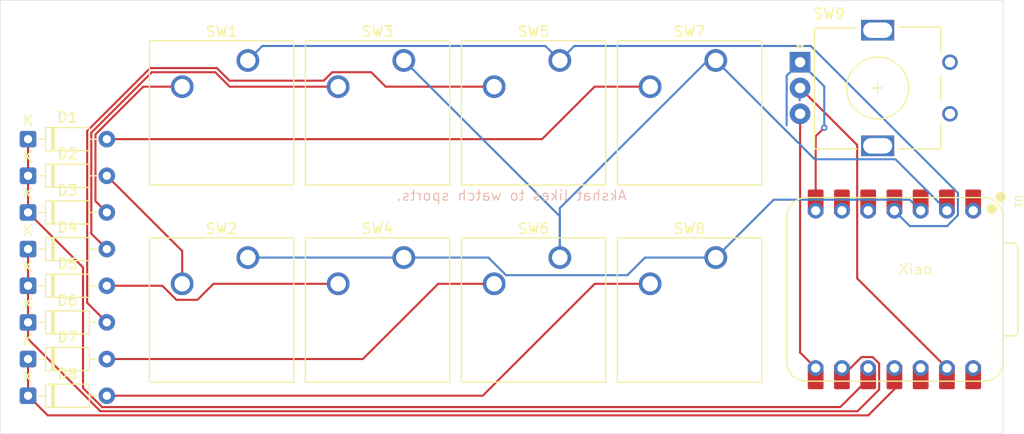
<source format=kicad_pcb>
(kicad_pcb (version 20241229) (generator "pcbnew") (generator_version "9.0")
  (layers (0 "F.Cu" signal) (2 "B.Cu" signal) (13 "F.Paste" user) (15 "B.Paste" user) (5 "F.SilkS" user "F.Silkscreen") (7 "B.SilkS" user "B.Silkscreen") (1 "F.Mask" user) (3 "B.Mask" user) (25 "Edge.Cuts" user))
  (net 0 "")
  (net 1 "row 1")
  (net 2 "Net-(D1-A)")
  (net 3 "Net-(D2-A)")
  (net 4 "Net-(D3-A)")
  (net 5 "row 2")
  (net 6 "Net-(D4-A)")
  (net 7 "Net-(D5-A)")
  (net 8 "Net-(D6-A)")
  (net 9 "row 0")
  (net 10 "Net-(D7-A)")
  (net 11 "Net-(D8-A)")
  (net 12 "Col 2")
  (net 13 "Col 1")
  (net 14 "Col 0")
  (net 15 "ENC_A")
  (net 16 "gnd")
  (net 17 "ENC_B")
  (net 19 "+5V")
  (footprint "Rotary_Encoder:RotaryEncoder_Alps_EC11E_Vertical_H20mm" (layer "F.Cu") (at 173.875 77)
    (property "Reference" "SW9" (at 2.8 -4.7 0) (layer "F.SilkS"))
    (property "Value" "RotaryEncoder_Switch")
    (fp_line (start -0.3 -1.6) (end 0.3 -1.6) (stroke (width 0.12)) (layer "F.SilkS"))
    (fp_line (start 0 -1.3) (end -0.3 -1.6) (stroke (width 0.12)) (layer "F.SilkS"))
    (fp_line (start 0.3 -1.6) (end 0 -1.3) (stroke (width 0.12)) (layer "F.SilkS"))
    (fp_line (start 1.4 -3.3) (end 1.4 8.4) (stroke (width 0.12)) (layer "F.SilkS"))
    (fp_line (start 5.5 -3.3) (end 1.4 -3.3) (stroke (width 0.12)) (layer "F.SilkS"))
    (fp_line (start 5.5 8.4) (end 1.4 8.4) (stroke (width 0.12)) (layer "F.SilkS"))
    (fp_line (start 7 2.5) (end 8 2.5) (stroke (width 0.12)) (layer "F.SilkS"))
    (fp_line (start 7.5 2) (end 7.5 3) (stroke (width 0.12)) (layer "F.SilkS"))
    (fp_line (start 9.5 -3.4) (end 13.6 -3.4) (stroke (width 0.12)) (layer "F.SilkS"))
    (fp_line (start 13.6 -3.4) (end 13.6 -0.8) (stroke (width 0.12)) (layer "F.SilkS"))
    (fp_line (start 13.6 1.2) (end 13.6 3.8) (stroke (width 0.12)) (layer "F.SilkS"))
    (fp_line (start 13.6 5.8) (end 13.6 8.4) (stroke (width 0.12)) (layer "F.SilkS"))
    (fp_line (start 13.6 8.4) (end 9.5 8.4) (stroke (width 0.12)) (layer "F.SilkS"))
    (fp_circle (center 7.5 2.5) (end 10.5 2.5) (stroke (width 0.12)) (fill no) (layer "F.SilkS"))
    (pad "" thru_hole circle (at 14.5 0) (size 1.5 1.5) (drill 1) (layers "*.Cu" "*.Mask"))
    (pad "" thru_hole circle (at 14.5 5) (size 1.5 1.5) (drill 1) (layers "*.Cu" "*.Mask"))
    (pad "A" thru_hole rect (at 0 0) (size 2 2) (drill 1) (layers "*.Cu" "*.Mask") (net 15 "ENC_A"))
    (pad "B" thru_hole circle (at 0 5) (size 2 2) (drill 1) (layers "*.Cu" "*.Mask") (net 17 "ENC_B"))
    (pad "C" thru_hole circle (at 0 2.5) (size 2 2) (drill 1) (layers "*.Cu" "*.Mask") (net 16 "gnd"))
    (pad "MP" thru_hole rect (at 7.5 -3.1) (size 3.2 2) (drill oval 2.8 1.5) (layers "*.Cu" "*.Mask"))
    (pad "MP" thru_hole rect (at 7.5 8.1) (size 3.2 2) (drill oval 2.8 1.5) (layers "*.Cu" "*.Mask"))
  )
  (footprint "Diode_THT:D_DO-35_SOD27_P7.62mm_Horizontal" (layer "F.Cu") (at 99.19 98.65)
    (property "Reference" "D5" (at 3.81 -2.12 0) (layer "F.SilkS"))
    (property "Value" "D")
    (fp_line (start 1.04 0) (end 1.69 0) (stroke (width 0.12)) (layer "F.SilkS"))
    (fp_line (start 2.29 -1.12) (end 2.29 1.12) (stroke (width 0.12)) (layer "F.SilkS"))
    (fp_line (start 2.41 -1.12) (end 2.41 1.12) (stroke (width 0.12)) (layer "F.SilkS"))
    (fp_line (start 2.53 -1.12) (end 2.53 1.12) (stroke (width 0.12)) (layer "F.SilkS"))
    (fp_line (start 6.58 0) (end 5.93 0) (stroke (width 0.12)) (layer "F.SilkS"))
    (fp_rect (start 1.69 -1.12) (end 5.93 1.12) (stroke (width 0.12)) (fill no) (layer "F.SilkS"))
    (fp_text user "K" (at 0 -1.8 0) (layer "F.SilkS"))
    (pad "1" thru_hole roundrect (at 0 0) (size 1.6 1.6) (drill 0.8) (layers "*.Cu" "*.Mask") (roundrect_rratio 0.15625) (net 5 "row 2"))
    (pad "2" thru_hole circle (at 7.62 0) (size 1.6 1.6) (drill 0.8) (layers "*.Cu" "*.Mask") (net 7 "Net-(D5-A)"))
  )
  (footprint "Button_Switch_Keyboard:SW_Cherry_MX_1.00u_PCB" (layer "F.Cu") (at 135.54 76.83)
    (property "Reference" "SW3" (at -2.54 -2.794 0) (layer "F.SilkS"))
    (property "Value" "SW_Push")
    (fp_line (start -9.525 -1.905) (end 4.445 -1.905) (stroke (width 0.12)) (layer "F.SilkS"))
    (fp_line (start -9.525 12.065) (end -9.525 -1.905) (stroke (width 0.12)) (layer "F.SilkS"))
    (fp_line (start 4.445 -1.905) (end 4.445 12.065) (stroke (width 0.12)) (layer "F.SilkS"))
    (fp_line (start 4.445 12.065) (end -9.525 12.065) (stroke (width 0.12)) (layer "F.SilkS"))
    (pad "" np_thru_hole circle (at -7.62 5.08) (size 1.7 1.7) (drill 1.7) (layers "*.Cu" "*.Mask"))
    (pad "" np_thru_hole circle (at -2.54 5.08) (size 4 4) (drill 4) (layers "*.Cu" "*.Mask"))
    (pad "" np_thru_hole circle (at 2.54 5.08) (size 1.7 1.7) (drill 1.7) (layers "*.Cu" "*.Mask"))
    (pad "1" thru_hole circle (at 0 0) (size 2.2 2.2) (drill 1.5) (layers "*.Cu" "*.Mask") (net 14 "Col 0"))
    (pad "2" thru_hole circle (at -6.35 2.54) (size 2.2 2.2) (drill 1.5) (layers "*.Cu" "*.Mask") (net 6 "Net-(D4-A)"))
  )
  (footprint "Diode_THT:D_DO-35_SOD27_P7.62mm_Horizontal" (layer "F.Cu") (at 99.19 102.2)
    (property "Reference" "D6" (at 3.81 -2.12 0) (layer "F.SilkS"))
    (property "Value" "D")
    (fp_line (start 1.04 0) (end 1.69 0) (stroke (width 0.12)) (layer "F.SilkS"))
    (fp_line (start 2.29 -1.12) (end 2.29 1.12) (stroke (width 0.12)) (layer "F.SilkS"))
    (fp_line (start 2.41 -1.12) (end 2.41 1.12) (stroke (width 0.12)) (layer "F.SilkS"))
    (fp_line (start 2.53 -1.12) (end 2.53 1.12) (stroke (width 0.12)) (layer "F.SilkS"))
    (fp_line (start 6.58 0) (end 5.93 0) (stroke (width 0.12)) (layer "F.SilkS"))
    (fp_rect (start 1.69 -1.12) (end 5.93 1.12) (stroke (width 0.12)) (fill no) (layer "F.SilkS"))
    (fp_text user "K" (at 0 -1.8 0) (layer "F.SilkS"))
    (pad "1" thru_hole roundrect (at 0 0) (size 1.6 1.6) (drill 0.8) (layers "*.Cu" "*.Mask") (roundrect_rratio 0.15625) (net 5 "row 2"))
    (pad "2" thru_hole circle (at 7.62 0) (size 1.6 1.6) (drill 0.8) (layers "*.Cu" "*.Mask") (net 8 "Net-(D6-A)"))
  )
  (footprint "Button_Switch_Keyboard:SW_Cherry_MX_1.00u_PCB" (layer "F.Cu") (at 150.63 95.92)
    (property "Reference" "SW6" (at -2.54 -2.794 0) (layer "F.SilkS"))
    (property "Value" "SW_Push")
    (fp_line (start -9.525 -1.905) (end 4.445 -1.905) (stroke (width 0.12)) (layer "F.SilkS"))
    (fp_line (start -9.525 12.065) (end -9.525 -1.905) (stroke (width 0.12)) (layer "F.SilkS"))
    (fp_line (start 4.445 -1.905) (end 4.445 12.065) (stroke (width 0.12)) (layer "F.SilkS"))
    (fp_line (start 4.445 12.065) (end -9.525 12.065) (stroke (width 0.12)) (layer "F.SilkS"))
    (pad "" np_thru_hole circle (at -7.62 5.08) (size 1.7 1.7) (drill 1.7) (layers "*.Cu" "*.Mask"))
    (pad "" np_thru_hole circle (at -2.54 5.08) (size 4 4) (drill 4) (layers "*.Cu" "*.Mask"))
    (pad "" np_thru_hole circle (at 2.54 5.08) (size 1.7 1.7) (drill 1.7) (layers "*.Cu" "*.Mask"))
    (pad "1" thru_hole circle (at 0 0) (size 2.2 2.2) (drill 1.5) (layers "*.Cu" "*.Mask") (net 14 "Col 0"))
    (pad "2" thru_hole circle (at -6.35 2.54) (size 2.2 2.2) (drill 1.5) (layers "*.Cu" "*.Mask") (net 10 "Net-(D7-A)"))
  )
  (footprint "Button_Switch_Keyboard:SW_Cherry_MX_1.00u_PCB" (layer "F.Cu") (at 165.72 76.83)
    (property "Reference" "SW7" (at -2.54 -2.794 0) (layer "F.SilkS"))
    (property "Value" "SW_Push")
    (fp_line (start -9.525 -1.905) (end 4.445 -1.905) (stroke (width 0.12)) (layer "F.SilkS"))
    (fp_line (start -9.525 12.065) (end -9.525 -1.905) (stroke (width 0.12)) (layer "F.SilkS"))
    (fp_line (start 4.445 -1.905) (end 4.445 12.065) (stroke (width 0.12)) (layer "F.SilkS"))
    (fp_line (start 4.445 12.065) (end -9.525 12.065) (stroke (width 0.12)) (layer "F.SilkS"))
    (pad "" np_thru_hole circle (at -7.62 5.08) (size 1.7 1.7) (drill 1.7) (layers "*.Cu" "*.Mask"))
    (pad "" np_thru_hole circle (at -2.54 5.08) (size 4 4) (drill 4) (layers "*.Cu" "*.Mask"))
    (pad "" np_thru_hole circle (at 2.54 5.08) (size 1.7 1.7) (drill 1.7) (layers "*.Cu" "*.Mask"))
    (pad "1" thru_hole circle (at 0 0) (size 2.2 2.2) (drill 1.5) (layers "*.Cu" "*.Mask") (net 14 "Col 0"))
    (pad "2" thru_hole circle (at -6.35 2.54) (size 2.2 2.2) (drill 1.5) (layers "*.Cu" "*.Mask") (net 2 "Net-(D1-A)"))
  )
  (footprint "Diode_THT:D_DO-35_SOD27_P7.62mm_Horizontal" (layer "F.Cu") (at 99.19 88)
    (property "Reference" "D2" (at 3.81 -2.12 0) (layer "F.SilkS"))
    (property "Value" "D")
    (fp_line (start 1.04 0) (end 1.69 0) (stroke (width 0.12)) (layer "F.SilkS"))
    (fp_line (start 2.29 -1.12) (end 2.29 1.12) (stroke (width 0.12)) (layer "F.SilkS"))
    (fp_line (start 2.41 -1.12) (end 2.41 1.12) (stroke (width 0.12)) (layer "F.SilkS"))
    (fp_line (start 2.53 -1.12) (end 2.53 1.12) (stroke (width 0.12)) (layer "F.SilkS"))
    (fp_line (start 6.58 0) (end 5.93 0) (stroke (width 0.12)) (layer "F.SilkS"))
    (fp_rect (start 1.69 -1.12) (end 5.93 1.12) (stroke (width 0.12)) (fill no) (layer "F.SilkS"))
    (fp_text user "K" (at 0 -1.8 0) (layer "F.SilkS"))
    (pad "1" thru_hole roundrect (at 0 0) (size 1.6 1.6) (drill 0.8) (layers "*.Cu" "*.Mask") (roundrect_rratio 0.15625) (net 1 "row 1"))
    (pad "2" thru_hole circle (at 7.62 0) (size 1.6 1.6) (drill 0.8) (layers "*.Cu" "*.Mask") (net 3 "Net-(D2-A)"))
  )
  (footprint "OPL:XIAO-RP2040-DIP" (layer "F.Cu") (at 183 99 -90)
    (property "Reference" "U1" (at -8.5 -12 270) (layer "F.SilkS") (effects (font (size 0.635 0.635) (thickness 0.1016))))
    (property "Value" "XIAO-RP2040-DIP")
    (fp_line (start -6.985 10.414) (end 6.985 10.414) (stroke (width 0.127)) (layer "F.SilkS"))
    (fp_line (start -8.89 8.509) (end -8.89 -8.636) (stroke (width 0.127)) (layer "F.SilkS"))
    (fp_line (start 8.89 8.509) (end 8.89 -8.636) (stroke (width 0.127)) (layer "F.SilkS"))
    (fp_line (start -4.495 -10.541) (end -4.491272 -11.451272) (stroke (width 0.127)) (layer "F.SilkS"))
    (fp_line (start 6.985 -10.541) (end -6.985 -10.541) (stroke (width 0.1)) (layer "F.SilkS"))
    (fp_line (start 6.985 -10.541) (end -6.985 -10.541) (stroke (width 0.127)) (layer "F.SilkS"))
    (fp_line (start 4.504 -11.451) (end 4.504 -10.541) (stroke (width 0.127)) (layer "F.SilkS"))
    (fp_line (start -3.991272 -11.951) (end 4.004 -11.951) (stroke (width 0.127)) (layer "F.SilkS"))
    (fp_arc (start -6.985 10.414) (mid -8.332038 9.856038) (end -8.89 8.509) (stroke (width 0.127)) (layer "F.SilkS"))
    (fp_arc (start 8.89 8.509) (mid 8.332038 9.856038) (end 6.985 10.414) (stroke (width 0.127)) (layer "F.SilkS"))
    (fp_arc (start -8.89 -8.636) (mid -8.332038 -9.983038) (end -6.985 -10.541) (stroke (width 0.127)) (layer "F.SilkS"))
    (fp_arc (start 6.985 -10.541) (mid 8.332038 -9.983038) (end 8.89 -8.636) (stroke (width 0.127)) (layer "F.SilkS"))
    (fp_arc (start -4.491272 -11.451272) (mid -4.344728 -11.80464) (end -3.991272 -11.951) (stroke (width 0.127)) (layer "F.SilkS"))
    (fp_arc (start 4.004 -11.951) (mid 4.357553 -11.804553) (end 4.504 -11.451) (stroke (width 0.127)) (layer "F.SilkS"))
    (fp_circle (center -7.807 -9.42) (end -7.807 -9.674) (stroke (width 0.5)) (fill yes) (layer "F.SilkS"))
    (fp_circle (center -8.95 -10.3) (end -8.95 -10.554) (stroke (width 0.5)) (fill yes) (layer "F.SilkS"))
    (pad "1" smd roundrect (at -8.455 -7.62 90) (size 2.432 1.524) (layers "F.Cu" "F.Mask") (roundrect_rratio 0.1))
    (pad "1" thru_hole circle (at -7.62 -7.62 90) (size 1.524 1.524) (drill 0.889) (layers "*.Cu" "*.Mask"))
    (pad "2" smd roundrect (at -8.455 -5.08 90) (size 2.432 1.524) (layers "F.Cu" "F.Mask") (roundrect_rratio 0.1) (net 14 "Col 0"))
    (pad "2" thru_hole circle (at -7.62 -5.08 90) (size 1.524 1.524) (drill 0.889) (layers "*.Cu" "*.Mask") (net 14 "Col 0"))
    (pad "3" smd roundrect (at -8.455 -2.54 90) (size 2.432 1.524) (layers "F.Cu" "F.Mask") (roundrect_rratio 0.1) (net 13 "Col 1"))
    (pad "3" thru_hole circle (at -7.62 -2.54 90) (size 1.524 1.524) (drill 0.889) (layers "*.Cu" "*.Mask") (net 13 "Col 1"))
    (pad "4" smd roundrect (at -8.455 0 90) (size 2.432 1.524) (layers "F.Cu" "F.Mask") (roundrect_rratio 0.1) (net 12 "Col 2"))
    (pad "4" thru_hole circle (at -7.62 0 90) (size 1.524 1.524) (drill 0.889) (layers "*.Cu" "*.Mask") (net 12 "Col 2"))
    (pad "5" smd roundrect (at -8.455 2.54 90) (size 2.432 1.524) (layers "F.Cu" "F.Mask") (roundrect_rratio 0.1))
    (pad "5" thru_hole circle (at -7.62 2.54 90) (size 1.524 1.524) (drill 0.889) (layers "*.Cu" "*.Mask"))
    (pad "6" smd roundrect (at -8.455 5.08 90) (size 2.432 1.524) (layers "F.Cu" "F.Mask") (roundrect_rratio 0.1))
    (pad "6" thru_hole circle (at -7.62 5.08 90) (size 1.524 1.524) (drill 0.889) (layers "*.Cu" "*.Mask"))
    (pad "7" smd roundrect (at -8.455 7.62 90) (size 2.432 1.524) (layers "F.Cu" "F.Mask") (roundrect_rratio 0.1) (net 15 "ENC_A"))
    (pad "7" thru_hole circle (at -7.62 7.62 90) (size 1.524 1.524) (drill 0.889) (layers "*.Cu" "*.Mask") (net 15 "ENC_A"))
    (pad "8" thru_hole circle (at 7.62 7.62 270) (size 1.524 1.524) (drill 0.889) (layers "*.Cu" "*.Mask") (net 17 "ENC_B"))
    (pad "8" smd roundrect (at 8.455 7.62 270) (size 2.432 1.524) (layers "F.Cu" "F.Mask") (roundrect_rratio 0.1) (net 17 "ENC_B"))
    (pad "9" thru_hole circle (at 7.62 5.08 270) (size 1.524 1.524) (drill 0.889) (layers "*.Cu" "*.Mask") (net 5 "row 2"))
    (pad "9" smd roundrect (at 8.455 5.08 270) (size 2.432 1.524) (layers "F.Cu" "F.Mask") (roundrect_rratio 0.1) (net 5 "row 2"))
    (pad "10" thru_hole circle (at 7.62 2.54 270) (size 1.524 1.524) (drill 0.889) (layers "*.Cu" "*.Mask") (net 1 "row 1"))
    (pad "10" smd roundrect (at 8.455 2.54 270) (size 2.432 1.524) (layers "F.Cu" "F.Mask") (roundrect_rratio 0.1) (net 1 "row 1"))
    (pad "11" thru_hole circle (at 7.62 0 270) (size 1.524 1.524) (drill 0.889) (layers "*.Cu" "*.Mask") (net 9 "row 0"))
    (pad "11" smd roundrect (at 8.455 0 270) (size 2.432 1.524) (layers "F.Cu" "F.Mask") (roundrect_rratio 0.1) (net 9 "row 0"))
    (pad "12" thru_hole circle (at 7.62 -2.54 270) (size 1.524 1.524) (drill 0.889) (layers "*.Cu" "*.Mask"))
    (pad "12" smd roundrect (at 8.455 -2.54 270) (size 2.432 1.524) (layers "F.Cu" "F.Mask") (roundrect_rratio 0.1))
    (pad "13" thru_hole circle (at 7.62 -5.08 270) (size 1.524 1.524) (drill 0.889) (layers "*.Cu" "*.Mask") (net 16 "gnd"))
    (pad "13" smd roundrect (at 8.455 -5.08 270) (size 2.432 1.524) (layers "F.Cu" "F.Mask") (roundrect_rratio 0.1) (net 16 "gnd"))
    (pad "14" thru_hole circle (at 7.62 -7.62 270) (size 1.524 1.524) (drill 0.889) (layers "*.Cu" "*.Mask") (net 19 "+5V"))
    (pad "14" smd roundrect (at 8.455 -7.62 270) (size 2.432 1.524) (layers "F.Cu" "F.Mask") (roundrect_rratio 0.1) (net 19 "+5V"))
  )
  (footprint "Button_Switch_Keyboard:SW_Cherry_MX_1.00u_PCB" (layer "F.Cu") (at 120.45 95.92)
    (property "Reference" "SW2" (at -2.54 -2.794 0) (layer "F.SilkS"))
    (property "Value" "SW_Push")
    (fp_line (start -9.525 -1.905) (end 4.445 -1.905) (stroke (width 0.12)) (layer "F.SilkS"))
    (fp_line (start -9.525 12.065) (end -9.525 -1.905) (stroke (width 0.12)) (layer "F.SilkS"))
    (fp_line (start 4.445 -1.905) (end 4.445 12.065) (stroke (width 0.12)) (layer "F.SilkS"))
    (fp_line (start 4.445 12.065) (end -9.525 12.065) (stroke (width 0.12)) (layer "F.SilkS"))
    (pad "" np_thru_hole circle (at -7.62 5.08) (size 1.7 1.7) (drill 1.7) (layers "*.Cu" "*.Mask"))
    (pad "" np_thru_hole circle (at -2.54 5.08) (size 4 4) (drill 4) (layers "*.Cu" "*.Mask"))
    (pad "" np_thru_hole circle (at 2.54 5.08) (size 1.7 1.7) (drill 1.7) (layers "*.Cu" "*.Mask"))
    (pad "1" thru_hole circle (at 0 0) (size 2.2 2.2) (drill 1.5) (layers "*.Cu" "*.Mask") (net 13 "Col 1"))
    (pad "2" thru_hole circle (at -6.35 2.54) (size 2.2 2.2) (drill 1.5) (layers "*.Cu" "*.Mask") (net 3 "Net-(D2-A)"))
  )
  (footprint "Diode_THT:D_DO-35_SOD27_P7.62mm_Horizontal" (layer "F.Cu") (at 99.19 95.1)
    (property "Reference" "D4" (at 3.81 -2.12 0) (layer "F.SilkS"))
    (property "Value" "D")
    (fp_line (start 1.04 0) (end 1.69 0) (stroke (width 0.12)) (layer "F.SilkS"))
    (fp_line (start 2.29 -1.12) (end 2.29 1.12) (stroke (width 0.12)) (layer "F.SilkS"))
    (fp_line (start 2.41 -1.12) (end 2.41 1.12) (stroke (width 0.12)) (layer "F.SilkS"))
    (fp_line (start 2.53 -1.12) (end 2.53 1.12) (stroke (width 0.12)) (layer "F.SilkS"))
    (fp_line (start 6.58 0) (end 5.93 0) (stroke (width 0.12)) (layer "F.SilkS"))
    (fp_rect (start 1.69 -1.12) (end 5.93 1.12) (stroke (width 0.12)) (fill no) (layer "F.SilkS"))
    (fp_text user "K" (at 0 -1.8 0) (layer "F.SilkS"))
    (pad "1" thru_hole roundrect (at 0 0) (size 1.6 1.6) (drill 0.8) (layers "*.Cu" "*.Mask") (roundrect_rratio 0.15625) (net 5 "row 2"))
    (pad "2" thru_hole circle (at 7.62 0) (size 1.6 1.6) (drill 0.8) (layers "*.Cu" "*.Mask") (net 6 "Net-(D4-A)"))
  )
  (footprint "Diode_THT:D_DO-35_SOD27_P7.62mm_Horizontal" (layer "F.Cu") (at 99.19 84.45)
    (property "Reference" "D1" (at 3.81 -2.12 0) (layer "F.SilkS"))
    (property "Value" "D")
    (fp_line (start 1.04 0) (end 1.69 0) (stroke (width 0.12)) (layer "F.SilkS"))
    (fp_line (start 2.29 -1.12) (end 2.29 1.12) (stroke (width 0.12)) (layer "F.SilkS"))
    (fp_line (start 2.41 -1.12) (end 2.41 1.12) (stroke (width 0.12)) (layer "F.SilkS"))
    (fp_line (start 2.53 -1.12) (end 2.53 1.12) (stroke (width 0.12)) (layer "F.SilkS"))
    (fp_line (start 6.58 0) (end 5.93 0) (stroke (width 0.12)) (layer "F.SilkS"))
    (fp_rect (start 1.69 -1.12) (end 5.93 1.12) (stroke (width 0.12)) (fill no) (layer "F.SilkS"))
    (fp_text user "K" (at 0 -1.8 0) (layer "F.SilkS"))
    (pad "1" thru_hole roundrect (at 0 0) (size 1.6 1.6) (drill 0.8) (layers "*.Cu" "*.Mask") (roundrect_rratio 0.15625) (net 1 "row 1"))
    (pad "2" thru_hole circle (at 7.62 0) (size 1.6 1.6) (drill 0.8) (layers "*.Cu" "*.Mask") (net 2 "Net-(D1-A)"))
  )
  (footprint "Diode_THT:D_DO-35_SOD27_P7.62mm_Horizontal" (layer "F.Cu") (at 99.19 105.75)
    (property "Reference" "D7" (at 3.81 -2.12 0) (layer "F.SilkS"))
    (property "Value" "D")
    (fp_line (start 1.04 0) (end 1.69 0) (stroke (width 0.12)) (layer "F.SilkS"))
    (fp_line (start 2.29 -1.12) (end 2.29 1.12) (stroke (width 0.12)) (layer "F.SilkS"))
    (fp_line (start 2.41 -1.12) (end 2.41 1.12) (stroke (width 0.12)) (layer "F.SilkS"))
    (fp_line (start 2.53 -1.12) (end 2.53 1.12) (stroke (width 0.12)) (layer "F.SilkS"))
    (fp_line (start 6.58 0) (end 5.93 0) (stroke (width 0.12)) (layer "F.SilkS"))
    (fp_rect (start 1.69 -1.12) (end 5.93 1.12) (stroke (width 0.12)) (fill no) (layer "F.SilkS"))
    (fp_text user "K" (at 0 -1.8 0) (layer "F.SilkS"))
    (pad "1" thru_hole roundrect (at 0 0) (size 1.6 1.6) (drill 0.8) (layers "*.Cu" "*.Mask") (roundrect_rratio 0.15625) (net 9 "row 0"))
    (pad "2" thru_hole circle (at 7.62 0) (size 1.6 1.6) (drill 0.8) (layers "*.Cu" "*.Mask") (net 10 "Net-(D7-A)"))
  )
  (footprint "Diode_THT:D_DO-35_SOD27_P7.62mm_Horizontal" (layer "F.Cu") (at 99.19 91.55)
    (property "Reference" "D3" (at 3.81 -2.12 0) (layer "F.SilkS"))
    (property "Value" "D")
    (fp_line (start 1.04 0) (end 1.69 0) (stroke (width 0.12)) (layer "F.SilkS"))
    (fp_line (start 2.29 -1.12) (end 2.29 1.12) (stroke (width 0.12)) (layer "F.SilkS"))
    (fp_line (start 2.41 -1.12) (end 2.41 1.12) (stroke (width 0.12)) (layer "F.SilkS"))
    (fp_line (start 2.53 -1.12) (end 2.53 1.12) (stroke (width 0.12)) (layer "F.SilkS"))
    (fp_line (start 6.58 0) (end 5.93 0) (stroke (width 0.12)) (layer "F.SilkS"))
    (fp_rect (start 1.69 -1.12) (end 5.93 1.12) (stroke (width 0.12)) (fill no) (layer "F.SilkS"))
    (fp_text user "K" (at 0 -1.8 0) (layer "F.SilkS"))
    (pad "1" thru_hole roundrect (at 0 0) (size 1.6 1.6) (drill 0.8) (layers "*.Cu" "*.Mask") (roundrect_rratio 0.15625) (net 1 "row 1"))
    (pad "2" thru_hole circle (at 7.62 0) (size 1.6 1.6) (drill 0.8) (layers "*.Cu" "*.Mask") (net 4 "Net-(D3-A)"))
  )
  (footprint "Button_Switch_Keyboard:SW_Cherry_MX_1.00u_PCB" (layer "F.Cu") (at 165.72 95.92)
    (property "Reference" "SW8" (at -2.54 -2.794 0) (layer "F.SilkS"))
    (property "Value" "SW_Push")
    (fp_line (start -9.525 -1.905) (end 4.445 -1.905) (stroke (width 0.12)) (layer "F.SilkS"))
    (fp_line (start -9.525 12.065) (end -9.525 -1.905) (stroke (width 0.12)) (layer "F.SilkS"))
    (fp_line (start 4.445 -1.905) (end 4.445 12.065) (stroke (width 0.12)) (layer "F.SilkS"))
    (fp_line (start 4.445 12.065) (end -9.525 12.065) (stroke (width 0.12)) (layer "F.SilkS"))
    (pad "" np_thru_hole circle (at -7.62 5.08) (size 1.7 1.7) (drill 1.7) (layers "*.Cu" "*.Mask"))
    (pad "" np_thru_hole circle (at -2.54 5.08) (size 4 4) (drill 4) (layers "*.Cu" "*.Mask"))
    (pad "" np_thru_hole circle (at 2.54 5.08) (size 1.7 1.7) (drill 1.7) (layers "*.Cu" "*.Mask"))
    (pad "1" thru_hole circle (at 0 0) (size 2.2 2.2) (drill 1.5) (layers "*.Cu" "*.Mask") (net 13 "Col 1"))
    (pad "2" thru_hole circle (at -6.35 2.54) (size 2.2 2.2) (drill 1.5) (layers "*.Cu" "*.Mask") (net 11 "Net-(D8-A)"))
  )
  (footprint "Button_Switch_Keyboard:SW_Cherry_MX_1.00u_PCB" (layer "F.Cu") (at 150.63 76.83)
    (property "Reference" "SW5" (at -2.54 -2.794 0) (layer "F.SilkS"))
    (property "Value" "SW_Push")
    (fp_line (start -9.525 -1.905) (end 4.445 -1.905) (stroke (width 0.12)) (layer "F.SilkS"))
    (fp_line (start -9.525 12.065) (end -9.525 -1.905) (stroke (width 0.12)) (layer "F.SilkS"))
    (fp_line (start 4.445 -1.905) (end 4.445 12.065) (stroke (width 0.12)) (layer "F.SilkS"))
    (fp_line (start 4.445 12.065) (end -9.525 12.065) (stroke (width 0.12)) (layer "F.SilkS"))
    (pad "" np_thru_hole circle (at -7.62 5.08) (size 1.7 1.7) (drill 1.7) (layers "*.Cu" "*.Mask"))
    (pad "" np_thru_hole circle (at -2.54 5.08) (size 4 4) (drill 4) (layers "*.Cu" "*.Mask"))
    (pad "" np_thru_hole circle (at 2.54 5.08) (size 1.7 1.7) (drill 1.7) (layers "*.Cu" "*.Mask"))
    (pad "1" thru_hole circle (at 0 0) (size 2.2 2.2) (drill 1.5) (layers "*.Cu" "*.Mask") (net 12 "Col 2"))
    (pad "2" thru_hole circle (at -6.35 2.54) (size 2.2 2.2) (drill 1.5) (layers "*.Cu" "*.Mask") (net 8 "Net-(D6-A)"))
  )
  (footprint "Button_Switch_Keyboard:SW_Cherry_MX_1.00u_PCB" (layer "F.Cu") (at 120.45 76.83)
    (property "Reference" "SW1" (at -2.54 -2.794 0) (layer "F.SilkS"))
    (property "Value" "SW_Push")
    (fp_line (start -9.525 -1.905) (end 4.445 -1.905) (stroke (width 0.12)) (layer "F.SilkS"))
    (fp_line (start -9.525 12.065) (end -9.525 -1.905) (stroke (width 0.12)) (layer "F.SilkS"))
    (fp_line (start 4.445 -1.905) (end 4.445 12.065) (stroke (width 0.12)) (layer "F.SilkS"))
    (fp_line (start 4.445 12.065) (end -9.525 12.065) (stroke (width 0.12)) (layer "F.SilkS"))
    (pad "" np_thru_hole circle (at -7.62 5.08) (size 1.7 1.7) (drill 1.7) (layers "*.Cu" "*.Mask"))
    (pad "" np_thru_hole circle (at -2.54 5.08) (size 4 4) (drill 4) (layers "*.Cu" "*.Mask"))
    (pad "" np_thru_hole circle (at 2.54 5.08) (size 1.7 1.7) (drill 1.7) (layers "*.Cu" "*.Mask"))
    (pad "1" thru_hole circle (at 0 0) (size 2.2 2.2) (drill 1.5) (layers "*.Cu" "*.Mask") (net 12 "Col 2"))
    (pad "2" thru_hole circle (at -6.35 2.54) (size 2.2 2.2) (drill 1.5) (layers "*.Cu" "*.Mask") (net 4 "Net-(D3-A)"))
  )
  (footprint "Button_Switch_Keyboard:SW_Cherry_MX_1.00u_PCB" (layer "F.Cu") (at 135.54 95.92)
    (property "Reference" "SW4" (at -2.54 -2.794 0) (layer "F.SilkS"))
    (property "Value" "SW_Push")
    (fp_line (start -9.525 -1.905) (end 4.445 -1.905) (stroke (width 0.12)) (layer "F.SilkS"))
    (fp_line (start -9.525 12.065) (end -9.525 -1.905) (stroke (width 0.12)) (layer "F.SilkS"))
    (fp_line (start 4.445 -1.905) (end 4.445 12.065) (stroke (width 0.12)) (layer "F.SilkS"))
    (fp_line (start 4.445 12.065) (end -9.525 12.065) (stroke (width 0.12)) (layer "F.SilkS"))
    (pad "" np_thru_hole circle (at -7.62 5.08) (size 1.7 1.7) (drill 1.7) (layers "*.Cu" "*.Mask"))
    (pad "" np_thru_hole circle (at -2.54 5.08) (size 4 4) (drill 4) (layers "*.Cu" "*.Mask"))
    (pad "" np_thru_hole circle (at 2.54 5.08) (size 1.7 1.7) (drill 1.7) (layers "*.Cu" "*.Mask"))
    (pad "1" thru_hole circle (at 0 0) (size 2.2 2.2) (drill 1.5) (layers "*.Cu" "*.Mask") (net 13 "Col 1"))
    (pad "2" thru_hole circle (at -6.35 2.54) (size 2.2 2.2) (drill 1.5) (layers "*.Cu" "*.Mask") (net 7 "Net-(D5-A)"))
  )
  (footprint "Diode_THT:D_DO-35_SOD27_P7.62mm_Horizontal" (layer "F.Cu") (at 99.19 109.3)
    (property "Reference" "D8" (at 3.81 -2.12 0) (layer "F.SilkS"))
    (property "Value" "D")
    (fp_line (start 1.04 0) (end 1.69 0) (stroke (width 0.12)) (layer "F.SilkS"))
    (fp_line (start 2.29 -1.12) (end 2.29 1.12) (stroke (width 0.12)) (layer "F.SilkS"))
    (fp_line (start 2.41 -1.12) (end 2.41 1.12) (stroke (width 0.12)) (layer "F.SilkS"))
    (fp_line (start 2.53 -1.12) (end 2.53 1.12) (stroke (width 0.12)) (layer "F.SilkS"))
    (fp_line (start 6.58 0) (end 5.93 0) (stroke (width 0.12)) (layer "F.SilkS"))
    (fp_rect (start 1.69 -1.12) (end 5.93 1.12) (stroke (width 0.12)) (fill no) (layer "F.SilkS"))
    (fp_text user "K" (at 0 -1.8 0) (layer "F.SilkS"))
    (pad "1" thru_hole roundrect (at 0 0) (size 1.6 1.6) (drill 0.8) (layers "*.Cu" "*.Mask") (roundrect_rratio 0.15625) (net 9 "row 0"))
    (pad "2" thru_hole circle (at 7.62 0) (size 1.6 1.6) (drill 0.8) (layers "*.Cu" "*.Mask") (net 11 "Net-(D8-A)"))
  )
  (gr_rect (start 96.5 71) (end 193.5 113) (stroke (width 0.05)) (fill no) (layer "Edge.Cuts"))
  (gr_text "Xiao" (at 183.35625 97.63125 0) (layer "F.SilkS") (effects (font (size 1 1) (thickness 0.1)) (justify left bottom)))
  (gr_text "Akshat likes to watch sports." (at 157.1625 90.4875 0) (layer "B.SilkS") (effects (font (size 1 1) (thickness 0.1)) (justify left bottom mirror)))
  (segment (start 99.19 84.45) (end 99.19 88) (width 0.2) (layer "F.Cu") (net 1))
  (segment (start 99.19 88) (end 99.19 91.55) (width 0.2) (layer "F.Cu") (net 1))
  (segment (start 104.506 96.866) (end 104.506 108.55305) (width 0.2) (layer "F.Cu") (net 1))
  (segment (start 177.75663 110.401) (end 180.46 107.69763) (width 0.2) (layer "F.Cu") (net 1))
  (segment (start 180.46 107.69763) (end 180.46 106.62) (width 0.2) (layer "F.Cu") (net 1))
  (segment (start 104.506 108.55305) (end 106.35395 110.401) (width 0.2) (layer "F.Cu") (net 1))
  (segment (start 106.35395 110.401) (end 177.75663 110.401) (width 0.2) (layer "F.Cu") (net 1))
  (segment (start 99.19 91.55) (end 104.506 96.866) (width 0.2) (layer "F.Cu") (net 1))
  (segment (start 106.81 84.45) (end 148.9125 84.45) (width 0.2) (layer "F.Cu") (net 2))
  (segment (start 148.9125 84.45) (end 153.9925 79.37) (width 0.2) (layer "F.Cu") (net 2))
  (segment (start 153.9925 79.37) (end 159.37 79.37) (width 0.2) (layer "F.Cu") (net 2))
  (segment (start 114.1 95.29) (end 114.1 98.46) (width 0.2) (layer "F.Cu") (net 3))
  (segment (start 106.81 88) (end 114.1 95.29) (width 0.2) (layer "F.Cu") (net 3))
  (segment (start 106.81 91.55) (end 105.709 90.449) (width 0.2) (layer "F.Cu") (net 4))
  (segment (start 110.33295 79.37) (end 114.1 79.37) (width 0.2) (layer "F.Cu") (net 4))
  (segment (start 105.709 90.449) (end 105.709 83.99395) (width 0.2) (layer "F.Cu") (net 4))
  (segment (start 105.709 83.99395) (end 110.33295 79.37) (width 0.2) (layer "F.Cu") (net 4))
  (segment (start 99.19 103.80415) (end 106.18785 110.802) (width 0.2) (layer "F.Cu") (net 5))
  (segment (start 106.18785 110.802) (end 179.431626 110.802) (width 0.2) (layer "F.Cu") (net 5))
  (segment (start 181.523 106.17969) (end 180.90031 105.557) (width 0.2) (layer "F.Cu") (net 5))
  (segment (start 99.19 98.65) (end 99.19 102.2) (width 0.2) (layer "F.Cu") (net 5))
  (segment (start 181.523 108.710626) (end 181.523 106.17969) (width 0.2) (layer "F.Cu") (net 5))
  (segment (start 180.90031 105.557) (end 179.818 105.557) (width 0.2) (layer "F.Cu") (net 5))
  (segment (start 99.19 95.1) (end 99.19 98.65) (width 0.2) (layer "F.Cu") (net 5))
  (segment (start 99.19 102.2) (end 99.19 103.80415) (width 0.2) (layer "F.Cu") (net 5))
  (segment (start 179.818 105.557) (end 177.92 107.455) (width 0.2) (layer "F.Cu") (net 5))
  (segment (start 179.431626 110.802) (end 181.523 108.710626) (width 0.2) (layer "F.Cu") (net 5))
  (segment (start 117.293816 77.969) (end 118.694816 79.37) (width 0.2) (layer "F.Cu") (net 6))
  (segment (start 111.16685 77.969) (end 117.293816 77.969) (width 0.2) (layer "F.Cu") (net 6))
  (segment (start 105.308 93.598) (end 105.308 83.82785) (width 0.2) (layer "F.Cu") (net 6))
  (segment (start 105.308 83.82785) (end 111.16685 77.969) (width 0.2) (layer "F.Cu") (net 6))
  (segment (start 106.81 95.1) (end 105.308 93.598) (width 0.2) (layer "F.Cu") (net 6))
  (segment (start 118.694816 79.37) (end 129.19 79.37) (width 0.2) (layer "F.Cu") (net 6))
  (segment (start 106.81 98.65) (end 112.17847 98.65) (width 0.2) (layer "F.Cu") (net 7))
  (segment (start 112.17847 98.65) (end 113.54097 100.0125) (width 0.2) (layer "F.Cu") (net 7))
  (segment (start 113.54097 100.0125) (end 115.572684 100.0125) (width 0.2) (layer "F.Cu") (net 7))
  (segment (start 115.572684 100.0125) (end 117.125184 98.46) (width 0.2) (layer "F.Cu") (net 7))
  (segment (start 117.125184 98.46) (end 129.19 98.46) (width 0.2) (layer "F.Cu") (net 7))
  (segment (start 132.383816 77.969) (end 133.784816 79.37) (width 0.2) (layer "F.Cu") (net 8))
  (segment (start 104.907 83.66175) (end 111.00075 77.568) (width 0.2) (layer "F.Cu") (net 8))
  (segment (start 104.907 100.297) (end 104.907 83.66175) (width 0.2) (layer "F.Cu") (net 8))
  (segment (start 106.81 102.2) (end 104.907 100.297) (width 0.2) (layer "F.Cu") (net 8))
  (segment (start 118.681602 78.789686) (end 127.789 78.789686) (width 0.2) (layer "F.Cu") (net 8))
  (segment (start 128.609686 77.969) (end 132.383816 77.969) (width 0.2) (layer "F.Cu") (net 8))
  (segment (start 111.00075 77.568) (end 117.459916 77.568) (width 0.2) (layer "F.Cu") (net 8))
  (segment (start 117.459916 77.568) (end 118.681602 78.789686) (width 0.2) (layer "F.Cu") (net 8))
  (segment (start 133.784816 79.37) (end 144.28 79.37) (width 0.2) (layer "F.Cu") (net 8))
  (segment (start 127.789 78.789686) (end 128.609686 77.969) (width 0.2) (layer "F.Cu") (net 8))
  (segment (start 180.468 111.203) (end 183 108.671) (width 0.2) (layer "F.Cu") (net 9))
  (segment (start 183 108.671) (end 183 107.455) (width 0.2) (layer "F.Cu") (net 9))
  (segment (start 99.19 109.3) (end 101.093 111.203) (width 0.2) (layer "F.Cu") (net 9))
  (segment (start 101.093 111.203) (end 180.468 111.203) (width 0.2) (layer "F.Cu") (net 9))
  (segment (start 99.19 105.75) (end 99.19 109.3) (width 0.2) (layer "F.Cu") (net 9))
  (segment (start 138.864816 98.46) (end 144.28 98.46) (width 0.2) (layer "F.Cu") (net 10))
  (segment (start 106.81 105.75) (end 131.574816 105.75) (width 0.2) (layer "F.Cu") (net 10))
  (segment (start 131.574816 105.75) (end 138.864816 98.46) (width 0.2) (layer "F.Cu") (net 10))
  (segment (start 154.01153 98.46) (end 159.37 98.46) (width 0.2) (layer "F.Cu") (net 11))
  (segment (start 143.17153 109.3) (end 154.01153 98.46) (width 0.2) (layer "F.Cu") (net 11))
  (segment (start 106.81 109.3) (end 143.17153 109.3) (width 0.2) (layer "F.Cu") (net 11))
  (segment (start 121.851 75.429) (end 149.229 75.429) (width 0.2) (layer "B.Cu") (net 12))
  (segment (start 188.09456 92.86875) (end 184.48875 92.86875) (width 0.2) (layer "B.Cu") (net 12))
  (segment (start 184.48875 92.86875) (end 183 91.38) (width 0.2) (layer "B.Cu") (net 12))
  (segment (start 149.229 75.429) (end 150.63 76.83) (width 0.2) (layer "B.Cu") (net 12))
  (segment (start 189.143 89.666) (end 189.143 91.82031) (width 0.2) (layer "B.Cu") (net 12))
  (segment (start 120.45 76.83) (end 121.851 75.429) (width 0.2) (layer "B.Cu") (net 12))
  (segment (start 150.63 76.83) (end 152.031 75.429) (width 0.2) (layer "B.Cu") (net 12))
  (segment (start 189.143 91.82031) (end 188.09456 92.86875) (width 0.2) (layer "B.Cu") (net 12))
  (segment (start 152.031 75.429) (end 174.906 75.429) (width 0.2) (layer "B.Cu") (net 12))
  (segment (start 174.906 75.429) (end 189.143 89.666) (width 0.2) (layer "B.Cu") (net 12))
  (segment (start 158.87375 95.92) (end 165.72 95.92) (width 0.2) (layer "B.Cu") (net 13))
  (segment (start 184.477 90.317) (end 185.54 91.38) (width 0.2) (layer "B.Cu") (net 13))
  (segment (start 171.323 90.317) (end 184.477 90.317) (width 0.2) (layer "B.Cu") (net 13))
  (segment (start 135.54 95.92) (end 143.721314 95.92) (width 0.2) (layer "B.Cu") (net 13))
  (segment (start 143.721314 95.92) (end 145.432564 97.63125) (width 0.2) (layer "B.Cu") (net 13))
  (segment (start 120.45 95.92) (end 135.54 95.92) (width 0.2) (layer "B.Cu") (net 13))
  (segment (start 145.432564 97.63125) (end 157.1625 97.63125) (width 0.2) (layer "B.Cu") (net 13))
  (segment (start 165.72 95.92) (end 171.323 90.317) (width 0.2) (layer "B.Cu") (net 13))
  (segment (start 157.1625 97.63125) (end 158.87375 95.92) (width 0.2) (layer "B.Cu") (net 13))
  (segment (start 150.63 95.92) (end 150.63 91.135184) (width 0.2) (layer "B.Cu") (net 14))
  (segment (start 135.54 76.83) (end 150.63 91.92) (width 0.2) (layer "B.Cu") (net 14))
  (segment (start 183.101 86.401) (end 188.08 91.38) (width 0.2) (layer "B.Cu") (net 14))
  (segment (start 150.63 91.92) (end 150.63 95.92) (width 0.2) (layer "B.Cu") (net 14))
  (segment (start 150.63 91.135184) (end 164.935184 76.83) (width 0.2) (layer "B.Cu") (net 14))
  (segment (start 175.291 86.401) (end 183.101 86.401) (width 0.2) (layer "B.Cu") (net 14))
  (segment (start 165.72 76.83) (end 175.291 86.401) (width 0.2) (layer "B.Cu") (net 14))
  (segment (start 164.935184 76.83) (end 165.72 76.83) (width 0.2) (layer "B.Cu") (net 14))
  (segment (start 175.38 91.38) (end 175.38 84.17625) (width 0.2) (layer "F.Cu") (net 15))
  (segment (start 175.38 84.17625) (end 176.2125 83.34375) (width 0.2) (layer "F.Cu") (net 15))
  (via (at 176.2125 83.34375) (size 0.6) (drill 0.3) (layers "F.Cu" "B.Cu") (net 15))
  (segment (start 173.875 77) (end 172.574 78.301) (width 0.2) (layer "B.Cu") (net 15))
  (segment (start 176.2125 83.34375) (end 176.2125 79.3375) (width 0.2) (layer "B.Cu") (net 15))
  (segment (start 172.574 78.301) (end 172.574 83.1169) (width 0.2) (layer "B.Cu") (net 15))
  (segment (start 176.2125 79.3375) (end 173.875 77) (width 0.2) (layer "B.Cu") (net 15))
  (segment (start 173.875 79.5) (end 179.397 85.022) (width 0.2) (layer "F.Cu") (net 16))
  (segment (start 179.397 97.937) (end 188.08 106.62) (width 0.2) (layer "F.Cu") (net 16))
  (segment (start 179.397 85.022) (end 179.397 97.937) (width 0.2) (layer "F.Cu") (net 16))
  (segment (start 173.83125 79.54375) (end 173.83125 80.699) (width 0.2) (layer "B.Cu") (net 16))
  (segment (start 173.875 105.115) (end 175.38 106.62) (width 0.2) (layer "F.Cu") (net 17))
  (segment (start 173.875 82) (end 173.875 105.115) (width 0.2) (layer "F.Cu") (net 17))
)
</source>
